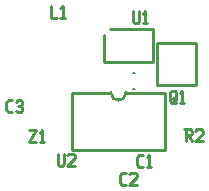
<source format=gbr>
G04 start of page 8 for group -4079 idx -4079 *
G04 Title: (unknown), topsilk *
G04 Creator: pcb 20140316 *
G04 CreationDate: Sat Sep  5 02:44:50 2015 UTC *
G04 For: dima *
G04 Format: Gerber/RS-274X *
G04 PCB-Dimensions (mil): 944.88 944.88 *
G04 PCB-Coordinate-Origin: lower left *
%MOIN*%
%FSLAX25Y25*%
%LNTOPSILK*%
%ADD67C,0.0100*%
%ADD66C,0.0080*%
G54D66*X57653Y51962D02*X58439D01*
X57653Y46452D02*X58439D01*
G54D67*X37242Y45307D02*Y26307D01*
X68242D01*
Y45307D01*
X37242D02*X50242D01*
X68242D02*X55242D01*
X50242D02*G75*G03X55242Y45307I2500J0D01*G01*
X78504Y61807D02*Y47907D01*
X65704Y61807D02*X78504D01*
X65704D02*Y47907D01*
X78504D01*
X49893Y66646D02*X64443D01*
X47893Y64646D02*Y55411D01*
X64443D01*
Y66646D02*Y55411D01*
X53904Y14572D02*X55204D01*
X53204Y15272D02*X53904Y14572D01*
X53204Y17872D02*Y15272D01*
Y17872D02*X53904Y18572D01*
X55204D01*
X56404Y18072D02*X56904Y18572D01*
X58404D01*
X58904Y18072D01*
Y17072D01*
X56404Y14572D02*X58904Y17072D01*
X56404Y14572D02*X58904D01*
X59698Y20543D02*X60998D01*
X58998Y21243D02*X59698Y20543D01*
X58998Y23843D02*Y21243D01*
Y23843D02*X59698Y24543D01*
X60998D01*
X62198Y23743D02*X62998Y24543D01*
Y20543D01*
X62198D02*X63698D01*
X74672Y33157D02*X76672D01*
X77172Y32657D01*
Y31657D01*
X76672Y31157D02*X77172Y31657D01*
X75172Y31157D02*X76672D01*
X75172Y33157D02*Y29157D01*
X75972Y31157D02*X77172Y29157D01*
X78372Y32657D02*X78872Y33157D01*
X80372D01*
X80872Y32657D01*
Y31657D01*
X78372Y29157D02*X80872Y31657D01*
X78372Y29157D02*X80872D01*
X22855Y32784D02*X25355D01*
X22855Y28784D02*X25355Y32784D01*
X22855Y28784D02*X25355D01*
X26555Y31984D02*X27355Y32784D01*
Y28784D01*
X26555D02*X28055D01*
X16148Y38826D02*X17448D01*
X15448Y39526D02*X16148Y38826D01*
X15448Y42126D02*Y39526D01*
Y42126D02*X16148Y42826D01*
X17448D01*
X18648Y42326D02*X19148Y42826D01*
X20148D01*
X20648Y42326D01*
X20148Y38826D02*X20648Y39326D01*
X19148Y38826D02*X20148D01*
X18648Y39326D02*X19148Y38826D01*
Y41026D02*X20148D01*
X20648Y42326D02*Y41526D01*
Y40526D02*Y39326D01*
Y40526D02*X20148Y41026D01*
X20648Y41526D02*X20148Y41026D01*
X30241Y74341D02*Y70341D01*
X32241D01*
X33441Y73541D02*X34241Y74341D01*
Y70341D01*
X33441D02*X34941D01*
X32541Y24917D02*Y21417D01*
X33041Y20917D01*
X34041D01*
X34541Y21417D01*
Y24917D02*Y21417D01*
X35741Y24417D02*X36241Y24917D01*
X37741D01*
X38241Y24417D01*
Y23417D01*
X35741Y20917D02*X38241Y23417D01*
X35741Y20917D02*X38241D01*
X69952Y45390D02*Y42390D01*
Y45390D02*X70452Y45890D01*
X71452D01*
X71952Y45390D01*
Y42890D01*
X70952Y41890D02*X71952Y42890D01*
X70452Y41890D02*X70952D01*
X69952Y42390D02*X70452Y41890D01*
X70952Y43390D02*X71952Y41890D01*
X73152Y45090D02*X73952Y45890D01*
Y41890D01*
X73152D02*X74652D01*
X57642Y72453D02*Y68953D01*
X58142Y68453D01*
X59142D01*
X59642Y68953D01*
Y72453D02*Y68953D01*
X60842Y71653D02*X61642Y72453D01*
Y68453D01*
X60842D02*X62342D01*
M02*

</source>
